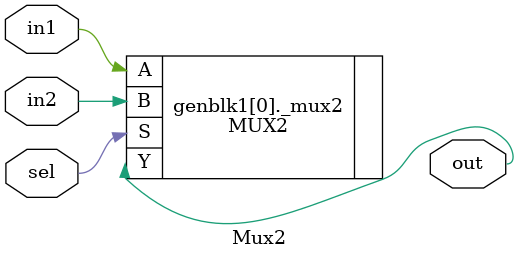
<source format=sv>
module Mux2 #(
    parameter WIDTH = 1
)(
    input  wire [WIDTH-1:0] in1,
    input  wire [WIDTH-1:0] in2,
    input  wire             sel,
    output wire [WIDTH-1:0] out
);

    genvar i;
    generate
    for (i = 0; i < WIDTH; i = i + 1) begin
        MUX2 _mux2(.A(in1[i]), .B(in2[i]), .S(sel), .Y(out[i]));
    end
    endgenerate

endmodule

</source>
